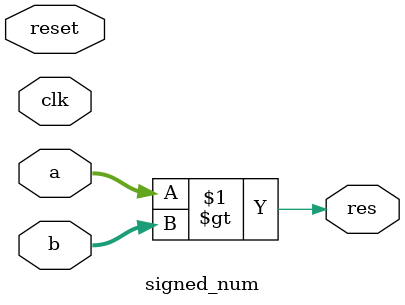
<source format=v>
`timescale 1ns / 1ps
module signed_num(
	input clk,
	input reset,
	input [3:0] a,
	input [3:0] b,
	output res
    );
	assign res=$signed(a)>$signed(b);

endmodule

</source>
